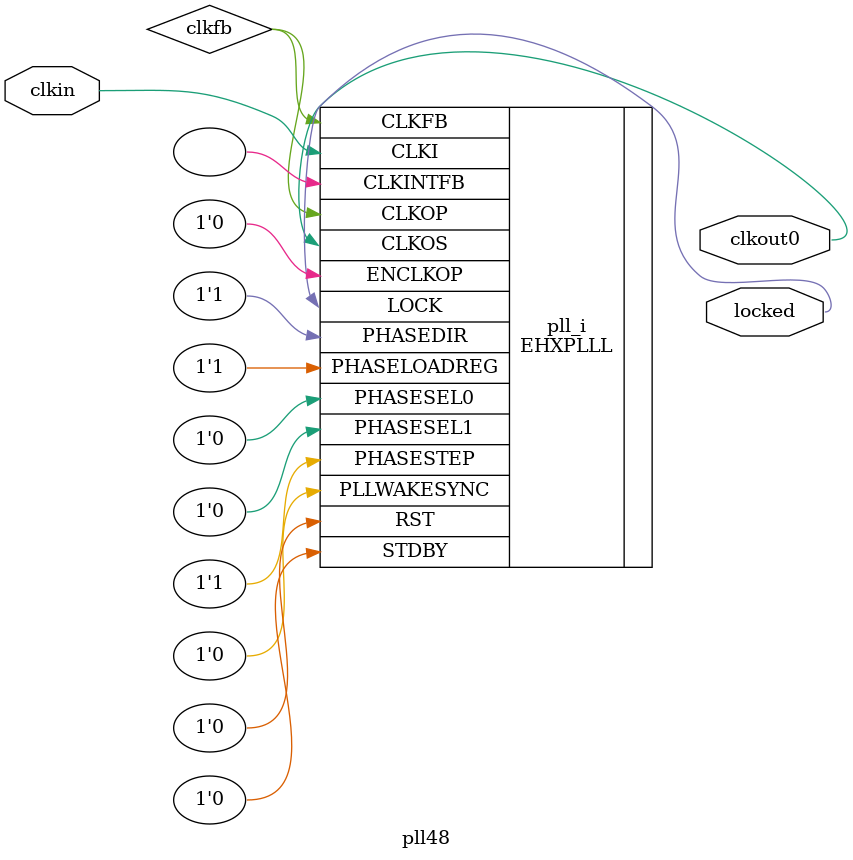
<source format=v>

/******************************************************************************/
// A lot of RISC-V on the ULX3S
/******************************************************************************/

`default_nettype none // Makes it easier to detect typos !

`include "../../common-verilog/femtorv32_gracilis.v"
`include "../../common-verilog/uart-fifo.v"
`include "../../common-verilog/MappedSPIFlash.v"
`include "../../common-verilog/ringoscillator-ecp5.v"
`include "../../common-verilog/sdram/muchtoremember.v"

`include "../../common-verilog/usb_cdc/bulk_endp.v"
`include "../../common-verilog/usb_cdc/ctrl_endp.v"
`include "../../common-verilog/usb_cdc/in_fifo.v"
`include "../../common-verilog/usb_cdc/out_fifo.v"
`include "../../common-verilog/usb_cdc/phy_rx.v"
`include "../../common-verilog/usb_cdc/phy_tx.v"
`include "../../common-verilog/usb_cdc/sie.v"
`include "../../common-verilog/usb_cdc/usb_cdc.v"

module ulx3s(

  input clk_25mhz,
  input [6:0] btn,
   output [7:0] led,

  output wifi_gpio0,
  output wifi_en,

  inout [27:0] gp,
  inout [27:0] gn,

  output flash_csn,
  // output flash_clk, // This is a special pin on ECP5 and requires using the USRMCLK macro.
  inout  flash_mosi,   // IO0
  inout  flash_miso,   // IO1
  output flash_wpn,    // IO2
  output flash_holdn,  // IO3

  output adc_sclk,
  output adc_csn,
  output adc_mosi,
  input  adc_miso,

  output sd_cmd,
  output sd_clk,
  output sd_d3,
  input  sd_d0,

  output [3:0] audio_l,
  output [3:0] audio_r,
  output [3:0] audio_v,

  inout oled_clk,
  inout oled_mosi,
  inout oled_resn,
  inout oled_dc,
  inout oled_csn,

  output ftdi_rxd, // UART TX
  input  ftdi_txd, // UART RX

  inout  usb_fpga_bd_dp,
  inout  usb_fpga_bd_dn,
  output usb_fpga_pu_dp,

  output sdram_csn,       // chip select
  output sdram_clk,       // clock to SDRAM
  output sdram_cke,       // clock enable to SDRAM
  output sdram_rasn,      // SDRAM RAS
  output sdram_casn,      // SDRAM CAS
  output sdram_wen,       // SDRAM write-enable
  output [12:0] sdram_a,  // SDRAM address bus
  output [1:0] sdram_ba,  // SDRAM bank-address
  output [1:0] sdram_dqm, // byte select
  inout [15:0] sdram_d    // data bus to/from SDRAM

);

   /***************************************************************************/
   // Clock.
   /***************************************************************************/

   wire clk;
   wire pll_locked40;
   pll40 _pll_clk( .clkin(clk_25mhz), .clkout0(clk), .locked(pll_locked40) );  // 40 MHz

   wire clk_48mhz;
   wire pll_locked48;
   pll48 _pll_usb( .clkin(clk_25mhz), .clkout0(clk_48mhz), .locked(pll_locked48) );  // 48 MHz

   wire pll_locked = pll_locked40 & pll_locked48;

   // Tie GPIO0 high, keep board from rebooting
   assign wifi_gpio0 = 1;

   // Cut off wifi_en
   assign wifi_en = 0;

   /***************************************************************************/
   // Reset logic.
   /***************************************************************************/

   reg [7:0] reset_cnt = 0;
   wire resetq = &reset_cnt;

   always @(posedge clk) begin
     if (btn[0] & pll_locked) reset_cnt <= reset_cnt + !resetq;
     else                     reset_cnt <= 0;
   end

   /***************************************************************************/
   // LEDs.
   /***************************************************************************/

   reg [7:0] LEDs;
   assign led = LEDs;

   /***************************************************************************/
   // Ring oscillator for random numbers.
   /***************************************************************************/

   wire random;
   ring_osc #( .NUM_LUTS(1) ) chaos ( .osc_out(random), .resetq(resetq) );

   /***************************************************************************/
   // Timer with interrupt.
   /***************************************************************************/

   reg  interrupt = 0;
   reg  [31:0] ticks;
   wire [32:0] ticks_plus_1 = ticks + 1;
   reg  [31:0] reload = 0;
   wire [31:0] next_ticks = ticks_plus_1[32] ? reload[31:0] : ticks_plus_1[31:0];

   always @(posedge clk)
   begin
     if (io_wstrb & mem_address[IO_Ticks_bit])  ticks  <= mem_wdata; else ticks <= next_ticks;
     if (io_wstrb & mem_address[IO_Reload_bit]) reload <= mem_wdata;

     interrupt <= ticks_plus_1[32]; // Generate interrupt on ticks overflow
   end

   /***************************************************************************/
   // GPIO.
   /***************************************************************************/

   wire [27:0] porta_in;
   reg  [31:0] porta_out;
   reg  [31:0] porta_dir;  // 1:output, 0:input

   wire [27:0] portb_in;
   reg  [31:0] portb_out;
   reg  [31:0] portb_dir;  // 1:output, 0:input

   BB ioa [27:0] (.B(gp[27:0]), .I(porta_out[27:0]), .O(porta_in[27:0]), .T(~porta_dir[27:0]));
   BB iob [27:0] (.B(gn[27:0]), .I(portb_out[27:0]), .O(portb_in[27:0]), .T(~portb_dir[27:0]));

   wire [6:0] buttons_in = {random, btn[6:1]};

   /***************************************************************************/
   // UART.
   /***************************************************************************/

   wire serial_valid, serial_busy;
   wire [7:0] serial_data;
   wire serial_wr = io_wstrb & mem_address[IO_UART_DAT_bit];
   wire serial_rd = io_rstrb & mem_address[IO_UART_DAT_bit];

   buart #(
     .FREQ_MHZ(40),
     .BAUDS(115200)
   ) buart (
      .clk(clk),
      .resetq(resetq),
      .rx(ftdi_txd),
      .tx(ftdi_rxd),
      .rd(serial_rd),
      .wr(serial_wr),
      .valid(serial_valid),
      .busy(serial_busy),
      .tx_data(mem_wdata[7:0]),
      .rx_data(serial_data)
   );

   /***************************************************************************/
   // USB Terminal.
   /***************************************************************************/

   wire usb_valid, usb_ready, usb_configured;
   wire [7:0] usb_data;
   wire usb_wr = io_wstrb & mem_address[IO_USB_DAT_bit];
   wire usb_rd = io_rstrb & mem_address[IO_USB_DAT_bit];

   usb_cdc #(.IN_BULK_MAXPACKETSIZE('d64), .OUT_BULK_MAXPACKETSIZE('d64), .VENDORID(16'h0483), .PRODUCTID(16'h5740), .USE_APP_CLK(1), .APP_CLK_FREQ(40)) _terminal
   (
     // Part running on 48 MHz:

     .clk_i(clk_48mhz),

     .dp_pu_o(usb_pullup),
     .tx_en_o(usb_tx_en),
     .dp_tx_o(usb_p_tx),
     .dn_tx_o(usb_n_tx),
     .dp_rx_i(usb_p_rx),
     .dn_rx_i(usb_n_rx),

     // Part running on 40 MHz:

     .app_clk_i(clk),
     .rstn_i(pll_locked), // Keep connection alive, only reset when PLL is trying to lock.
     .configured_o(usb_configured),

     .out_data_o(usb_data),
     .out_valid_o(usb_valid),
     .out_ready_i(usb_rd),

     .in_data_i(mem_wdata[7:0]),
     .in_ready_o(usb_ready),
     .in_valid_i(usb_wr)
   );

   wire usb_p_tx;
   wire usb_n_tx;
   wire usb_p_rx;
   wire usb_n_rx;
   wire usb_tx_en;
   wire usb_pullup;

   wire usb_p_in;
   wire usb_n_in;

   assign usb_p_rx = usb_tx_en ? 1'b1 : usb_p_in;
   assign usb_n_rx = usb_tx_en ? 1'b0 : usb_n_in;

   // T = TRISTATE (not transmit)
   BB io_p( .I( usb_p_tx ), .T( !usb_tx_en ), .O( usb_p_in ), .B( usb_fpga_bd_dp ) );
   BB io_n( .I( usb_n_tx ), .T( !usb_tx_en ), .O( usb_n_in ), .B( usb_fpga_bd_dn ) );

   assign usb_fpga_pu_dp = usb_pullup ? 1'b1 : 1'bz;

   /***************************************************************************/
   // OLED.
   /***************************************************************************/

   wire [4:0] oled_in;
   reg  [4:0] oled_out;
   reg  [4:0] oled_dir;   // 1:output, 0:input

   BBPU oled0  (.B(oled_clk  ), .I(oled_out[ 0]), .O(oled_in[ 0]), .T(~oled_dir[ 0]));
   BBPU oled1  (.B(oled_mosi ), .I(oled_out[ 1]), .O(oled_in[ 1]), .T(~oled_dir[ 1]));
   BBPU oled2  (.B(oled_resn ), .I(oled_out[ 2]), .O(oled_in[ 2]), .T(~oled_dir[ 2]));
   BBPU oled3  (.B(oled_dc   ), .I(oled_out[ 3]), .O(oled_in[ 3]), .T(~oled_dir[ 3]));
   BBPU oled4  (.B(oled_csn  ), .I(oled_out[ 4]), .O(oled_in[ 4]), .T(~oled_dir[ 4]));

   /***************************************************************************/
   // ADC.
   /***************************************************************************/

   wire      adc_in = adc_miso;
   reg [2:0] adc_out;

   assign {adc_csn, adc_sclk, adc_mosi} = adc_out;

   /***************************************************************************/
   // SD-Card.
   /***************************************************************************/

   wire       sd_in = sd_d0; // MISO
   reg  [2:0] sd_out;

   assign {sd_d3, sd_clk, sd_cmd} = sd_out[2:0]; // CS, SCLK, MOSI

   /***************************************************************************/
   // Analog out.
   /***************************************************************************/

   reg [11:0] analog_out;

   assign audio_l = analog_out[3:0];
   assign audio_r = analog_out[7:4];
   assign audio_v = analog_out[11:8];

   /***************************************************************************/
   // IO Ports.
   /***************************************************************************/

   // We got a total of 30 bits for 1-hot addressing of IO registers.

   // Bits mem_address[1:0] : Byte select
   // Bits mem_address[3:2] : Write +0, Clear +4, Set +8, Toggle +12

   localparam IO_PORTA_IN_bit    =  4; // R:  GPIO port in
   localparam IO_PORTA_OUT_bit   =  5; // RW: GPIO port out
   localparam IO_PORTA_DIR_bit   =  6; // RW: GPIO port dir
   localparam IO_LEDS_bit        =  7; // RW: Eight leds

   localparam IO_PORTB_IN_bit    =  8; // R:  GPIO port in
   localparam IO_PORTB_OUT_bit   =  9; // RW: GPIO port out
   localparam IO_PORTB_DIR_bit   = 10; // RW: GPIO port dir
   localparam IO_BUTTONS_IN_bit  = 11; // R:  Six buttons and random

   localparam IO_OLED_IN_bit     = 12; // R:  OLED in
   localparam IO_OLED_OUT_bit    = 13; // RW: OLED out
   localparam IO_OLED_DIR_bit    = 14; // RW: OLED dir
   localparam IO_ANALOG_OUT_bit  = 15; // RW: 3 * 4 Bit DAC

   localparam IO_UART_DAT_bit    = 16; // RW write: data to send (8 bits) read: received data (8 bits)
   localparam IO_UART_CNTL_bit   = 17; // R  status. bit 8: valid read data. bit 9: busy sending
   localparam IO_Ticks_bit       = 18; // RW: Timer count register
   localparam IO_Reload_bit      = 19; // RW: Timer reload value

   localparam IO_ADC_IN_bit      = 20; // R:  ADC in
   localparam IO_ADC_OUT_bit     = 21; // RW: ADC out
   localparam IO_SD_IN_bit       = 22; // R:  SD-Card in
   localparam IO_SD_OUT_bit      = 23; // RW: SD-Card out

   localparam IO_USB_DAT_bit     = 24; // RW write: data to send (8 bits) read: received data (8 bits)
   localparam IO_USB_CNTL_bit    = 25; // R  status. bit 8: valid read data. bit 9: busy sending

   wire [31:0] io_rdata =

      (mem_address[IO_PORTA_IN_bit   ] ?  porta_in                                 : 32'd0) |
      (mem_address[IO_PORTA_OUT_bit  ] ?  porta_out                                : 32'd0) |
      (mem_address[IO_PORTA_DIR_bit  ] ?  porta_dir                                : 32'd0) |
      (mem_address[IO_LEDS_bit       ] ?  LEDs                                     : 32'd0) |

      (mem_address[IO_PORTB_IN_bit   ] ?  portb_in                                 : 32'd0) |
      (mem_address[IO_PORTB_OUT_bit  ] ?  portb_out                                : 32'd0) |
      (mem_address[IO_PORTB_DIR_bit  ] ?  portb_dir                                : 32'd0) |
      (mem_address[IO_BUTTONS_IN_bit ] ?  buttons_in                               : 32'd0) |

      (mem_address[IO_OLED_IN_bit    ] ?  oled_in                                  : 32'd0) |
      (mem_address[IO_OLED_OUT_bit   ] ?  oled_out                                 : 32'd0) |
      (mem_address[IO_OLED_DIR_bit   ] ?  oled_dir                                 : 32'd0) |
      (mem_address[IO_ANALOG_OUT_bit ] ?  analog_out                               : 32'd0) |

      (mem_address[IO_UART_DAT_bit   ] |
       mem_address[IO_UART_CNTL_bit  ] ? {serial_busy, serial_valid, serial_data}  : 32'd0) |
      (mem_address[IO_Ticks_bit      ] ?  ticks                                    : 32'd0) |
      (mem_address[IO_Reload_bit     ] ?  reload                                   : 32'd0) |

      (mem_address[IO_USB_DAT_bit    ] |
       mem_address[IO_USB_CNTL_bit   ] ? {usb_configured, ~usb_ready, usb_valid, usb_data} : 32'd0) |

      (mem_address[IO_ADC_IN_bit     ] ?  adc_in                                   : 32'd0) |
      (mem_address[IO_ADC_OUT_bit    ] ?  adc_out                                  : 32'd0) |
      (mem_address[IO_SD_IN_bit      ] ?  sd_in                                    : 32'd0) |
      (mem_address[IO_SD_OUT_bit     ] ?  sd_out                                   : 32'd0) ;

   wire [31:0] io_modifier = (mem_address[3:2] == 2'b01)    ? ~mem_wdata & io_rdata :  // Clear
                             (mem_address[3:2] == 2'b10)    ?  mem_wdata | io_rdata :  // Set
                             (mem_address[3:2] == 2'b11)    ?  mem_wdata ^ io_rdata :  // Toggle
                          /* (mem_address[3:2] == 2'b00) */    mem_wdata            ;

   always @(posedge clk)
   begin

     // Variable width access, allows to control the individual bytes
     if (mem_address_is_io & mem_address[IO_PORTA_OUT_bit] & mem_wmask[0]) porta_out[ 7:0 ] <= io_modifier[ 7:0 ];
     if (mem_address_is_io & mem_address[IO_PORTA_OUT_bit] & mem_wmask[1]) porta_out[15:8 ] <= io_modifier[15:8 ];
     if (mem_address_is_io & mem_address[IO_PORTA_OUT_bit] & mem_wmask[2]) porta_out[23:16] <= io_modifier[23:16];
     if (mem_address_is_io & mem_address[IO_PORTA_OUT_bit] & mem_wmask[3]) porta_out[31:24] <= io_modifier[31:24];

     if (mem_address_is_io & mem_address[IO_PORTA_DIR_bit] & mem_wmask[0]) porta_dir[ 7:0 ] <= io_modifier[ 7:0 ];
     if (mem_address_is_io & mem_address[IO_PORTA_DIR_bit] & mem_wmask[1]) porta_dir[15:8 ] <= io_modifier[15:8 ];
     if (mem_address_is_io & mem_address[IO_PORTA_DIR_bit] & mem_wmask[2]) porta_dir[23:16] <= io_modifier[23:16];
     if (mem_address_is_io & mem_address[IO_PORTA_DIR_bit] & mem_wmask[3]) porta_dir[31:24] <= io_modifier[31:24];

     if (mem_address_is_io & mem_address[IO_PORTB_OUT_bit] & mem_wmask[0]) portb_out[ 7:0 ] <= io_modifier[ 7:0 ];
     if (mem_address_is_io & mem_address[IO_PORTB_OUT_bit] & mem_wmask[1]) portb_out[15:8 ] <= io_modifier[15:8 ];
     if (mem_address_is_io & mem_address[IO_PORTB_OUT_bit] & mem_wmask[2]) portb_out[23:16] <= io_modifier[23:16];
     if (mem_address_is_io & mem_address[IO_PORTB_OUT_bit] & mem_wmask[3]) portb_out[31:24] <= io_modifier[31:24];

     if (mem_address_is_io & mem_address[IO_PORTB_DIR_bit] & mem_wmask[0]) portb_dir[ 7:0 ] <= io_modifier[ 7:0 ];
     if (mem_address_is_io & mem_address[IO_PORTB_DIR_bit] & mem_wmask[1]) portb_dir[15:8 ] <= io_modifier[15:8 ];
     if (mem_address_is_io & mem_address[IO_PORTB_DIR_bit] & mem_wmask[2]) portb_dir[23:16] <= io_modifier[23:16];
     if (mem_address_is_io & mem_address[IO_PORTB_DIR_bit] & mem_wmask[3]) portb_dir[31:24] <= io_modifier[31:24];

     if (io_wstrb & mem_address[IO_ADC_OUT_bit   ]) adc_out    <= io_modifier;
     if (io_wstrb & mem_address[IO_OLED_OUT_bit  ]) oled_out   <= io_modifier;
     if (io_wstrb & mem_address[IO_OLED_DIR_bit  ]) oled_dir   <= io_modifier;
     if (io_wstrb & mem_address[IO_SD_OUT_bit    ]) sd_out     <= io_modifier;
     if (io_wstrb & mem_address[IO_ANALOG_OUT_bit]) analog_out <= io_modifier;
     if (io_wstrb & mem_address[IO_LEDS_bit      ]) LEDs     <= io_modifier;

   end

   // The processor reads the contents one clock cycle after the read strobe has been active.
   // Buffering it for getting IO register contents of the read strobe cycle.

   reg  [31:0] io_rdata_buffered;

   always @(posedge clk)
      if (mem_address_is_io & io_rstrb) io_rdata_buffered <= io_rdata;

   /***************************************************************************/
   // The memory bus.
   /***************************************************************************/

   // Memory map:
   //   mem_address[31:30] 00: RAM              (starts at 0x00000000)
   //                      01: IO page (1-hot)  (starts at 0x40000000)
   //                      10: SPI Flash page   (starts at 0x80000000)
   //                      11: SDRAM, 64 MB     (starts at 0xC0000000)

   wire [31:0] mem_address; // 32 bits are used internally. The two LSBs are ignored (using word addresses)
   wire  [3:0] mem_wmask;   // mem write mask and strobe /write Legal values are 0000,0001,0010,0100,1000,0011,1100,1111
   wire [31:0] mem_rdata;   // processor <- (mem and peripherals)
   wire [31:0] mem_wdata;   // processor -> (mem and peripherals)
   wire        mem_rstrb;   // mem read strobe. Goes high to initiate memory read.
   wire        mem_rbusy;   // processor <- (mem and peripherals). Stays high until a read transfer is finished.
   wire        mem_wbusy;   // processor <- (mem and peripherals). Stays high until a write transfer is finished.

   /***************************************************************************/
   // The processor.
   /***************************************************************************/

   FemtoRV32 #(
     .RESET_ADDR(32'h80200000), // Start 2 MB into SPI flash memory
     .ADDR_WIDTH(32)
   ) processor (
     .clk(clk),
     .mem_addr(mem_address),
     .mem_wdata(mem_wdata),
     .mem_wmask(mem_wmask),
     .mem_rdata(mem_rdata),
     .mem_rstrb(mem_rstrb),
     .mem_rbusy(mem_rbusy),
     .mem_wbusy(mem_wbusy),
     .interrupt_request(interrupt),
     .reset(resetq)
   );

   /***************************************************************************/
   // Memory and register access control wires.
   /***************************************************************************/

   wire mem_wstrb = |mem_wmask; // mem write strobe, goes high to initiate memory write (deduced from wmask)

   // RAM, IO or Flash ?

   wire mem_address_is_ram       = (mem_address[31:30] == 2'b00);
   wire mem_address_is_io        = (mem_address[31:30] == 2'b01);
   wire mem_address_is_spi_flash = (mem_address[31:30] == 2'b10);
   wire mem_address_is_sdram     = (mem_address[31:30] == 2'b11);

   wire io_rstrb = mem_rstrb & mem_address_is_io;
   wire io_wstrb = mem_wstrb & mem_address_is_io;

   /***************************************************************************/
   // 64 MB SD-RAM.
   /***************************************************************************/

   wire [31:0] sdram_rdata;
   wire sdram_busy;

   muchtoremember sdram(
     // Physical interface
    .sd_d(sdram_d),
    .sd_addr(sdram_a),
    .sd_dqm(sdram_dqm),
    .sd_cs(sdram_csn),
    .sd_ba(sdram_ba),
    .sd_we(sdram_wen),
    .sd_ras(sdram_rasn),
    .sd_cas(sdram_casn),
    .sd_clk(sdram_clk),
    .sd_cke(sdram_cke),

     // Internal bus interface
    .clk(clk),
    .resetn(resetq),
    .addr(mem_address[25:0]),
    .wmask({4{mem_address_is_sdram}} & mem_wmask),
    .rd   (   mem_address_is_sdram   & mem_rstrb),
    .din(mem_wdata),
    .dout(sdram_rdata),
    .busy(sdram_busy)
  );

   /***************************************************************************/
   // XIP from SPI flash.
   /***************************************************************************/

   // A special macro is necessary to access the clock wire of the SPI flash memory chip

   wire flash_clk;
   wire untristate = 0;
   USRMCLK mclk (.USRMCLKTS(untristate), .USRMCLKI(flash_clk));

   assign flash_wpn   = 1;
   assign flash_holdn = 1;

   wire mapped_spi_flash_rbusy;
   wire [31:0] mapped_spi_flash_rdata;

   MappedSPIFlash #( .DUMMY_CYCLES(4) ) mapped_spi_flash (
      .clk(clk),
      .rstrb(mem_rstrb && mem_address_is_spi_flash),
      .word_address(mem_address[23:2]),
      .rdata(mapped_spi_flash_rdata),
      .rbusy(mapped_spi_flash_rbusy),

      .CLK(flash_clk),
      .CS_N(flash_csn),
      .IO({flash_miso, flash_mosi})
   );

   assign  mem_rbusy = sdram_busy | mapped_spi_flash_rbusy;
   assign  mem_wbusy = sdram_busy;

   /***************************************************************************/
   // RAM.
   /***************************************************************************/

   reg  [31:0] RAM[(128*1024/4)-1:0];
   reg  [31:0] ram_rdata;

   always @(posedge clk) begin

     if(mem_wmask[0] & mem_address_is_ram) RAM[mem_address[16:2]][ 7:0 ] <= mem_wdata[ 7:0 ];
     if(mem_wmask[1] & mem_address_is_ram) RAM[mem_address[16:2]][15:8 ] <= mem_wdata[15:8 ];
     if(mem_wmask[2] & mem_address_is_ram) RAM[mem_address[16:2]][23:16] <= mem_wdata[23:16];
     if(mem_wmask[3] & mem_address_is_ram) RAM[mem_address[16:2]][31:24] <= mem_wdata[31:24];

      ram_rdata <= RAM[mem_address[16:2]];
   end

   /***************************************************************************/
   // Connect the read wires of memories and IO registers to the memory bus.
   /***************************************************************************/

   assign mem_rdata =

      (mem_address_is_ram       ? ram_rdata              : 32'd0) |
      (mem_address_is_io        ? io_rdata_buffered      : 32'd0) |
      (mem_address_is_spi_flash ? mapped_spi_flash_rdata : 32'd0) |
      (mem_address_is_sdram     ? sdram_rdata            : 32'd0) ;

endmodule


// 40 MHz system clock
// ecppll -i 25 -o 40 -f /dev/stdout

module pll40
(
    input clkin, // 25 MHz, 0 deg
    output clkout0, // 40 MHz, 0 deg
    output locked
);
(* FREQUENCY_PIN_CLKI="25" *)
(* FREQUENCY_PIN_CLKOP="40" *)
(* ICP_CURRENT="12" *) (* LPF_RESISTOR="8" *) (* MFG_ENABLE_FILTEROPAMP="1" *) (* MFG_GMCREF_SEL="2" *)
EHXPLLL #(
        .PLLRST_ENA("DISABLED"),
        .INTFB_WAKE("DISABLED"),
        .STDBY_ENABLE("DISABLED"),
        .DPHASE_SOURCE("DISABLED"),
        .OUTDIVIDER_MUXA("DIVA"),
        .OUTDIVIDER_MUXB("DIVB"),
        .OUTDIVIDER_MUXC("DIVC"),
        .OUTDIVIDER_MUXD("DIVD"),
        .CLKI_DIV(5),
        .CLKOP_ENABLE("ENABLED"),
        .CLKOP_DIV(15),
        .CLKOP_CPHASE(7),
        .CLKOP_FPHASE(0),
        .FEEDBK_PATH("CLKOP"),
        .CLKFB_DIV(8)
    ) pll_i (
        .RST(1'b0),
        .STDBY(1'b0),
        .CLKI(clkin),
        .CLKOP(clkout0),
        .CLKFB(clkout0),
        .CLKINTFB(),
        .PHASESEL0(1'b0),
        .PHASESEL1(1'b0),
        .PHASEDIR(1'b1),
        .PHASESTEP(1'b1),
        .PHASELOADREG(1'b1),
        .PLLWAKESYNC(1'b0),
        .ENCLKOP(1'b0),
        .LOCK(locked)
        );
endmodule


// 48 MHz clock for USB
// ecppll -i 25 -o 48 --highres -f /dev/stdout

module pll48
(
    input clkin, // 25 MHz, 0 deg
    output clkout0, // 48 MHz, 0 deg
    output locked
);
wire clkfb;
(* FREQUENCY_PIN_CLKI="25" *)
(* FREQUENCY_PIN_CLKOS="48" *)
(* ICP_CURRENT="12" *) (* LPF_RESISTOR="8" *) (* MFG_ENABLE_FILTEROPAMP="1" *) (* MFG_GMCREF_SEL="2" *)
EHXPLLL #(
        .PLLRST_ENA("DISABLED"),
        .INTFB_WAKE("DISABLED"),
        .STDBY_ENABLE("DISABLED"),
        .DPHASE_SOURCE("DISABLED"),
        .OUTDIVIDER_MUXA("DIVA"),
        .OUTDIVIDER_MUXB("DIVB"),
        .OUTDIVIDER_MUXC("DIVC"),
        .OUTDIVIDER_MUXD("DIVD"),
        .CLKI_DIV(5),
        .CLKOP_ENABLE("ENABLED"),
        .CLKOP_DIV(48),
        .CLKOP_CPHASE(9),
        .CLKOP_FPHASE(0),
        .CLKOS_ENABLE("ENABLED"),
        .CLKOS_DIV(10),
        .CLKOS_CPHASE(0),
        .CLKOS_FPHASE(0),
        .FEEDBK_PATH("CLKOP"),
        .CLKFB_DIV(2)
    ) pll_i (
        .RST(1'b0),
        .STDBY(1'b0),
        .CLKI(clkin),
        .CLKOP(clkfb),
        .CLKOS(clkout0),
        .CLKFB(clkfb),
        .CLKINTFB(),
        .PHASESEL0(1'b0),
        .PHASESEL1(1'b0),
        .PHASEDIR(1'b1),
        .PHASESTEP(1'b1),
        .PHASELOADREG(1'b1),
        .PLLWAKESYNC(1'b0),
        .ENCLKOP(1'b0),
        .LOCK(locked)
        );
endmodule


</source>
